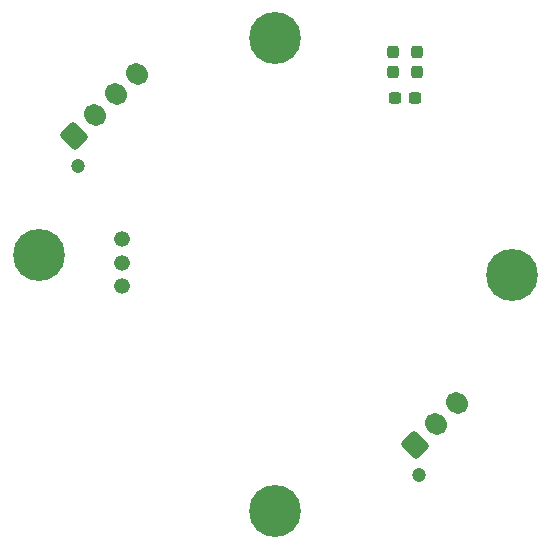
<source format=gbr>
%TF.GenerationSoftware,KiCad,Pcbnew,6.0.4-6f826c9f35~116~ubuntu20.04.1*%
%TF.CreationDate,2022-04-04T22:21:40-04:00*%
%TF.ProjectId,lab7,6c616237-2e6b-4696-9361-645f70636258,rev?*%
%TF.SameCoordinates,Original*%
%TF.FileFunction,Soldermask,Bot*%
%TF.FilePolarity,Negative*%
%FSLAX46Y46*%
G04 Gerber Fmt 4.6, Leading zero omitted, Abs format (unit mm)*
G04 Created by KiCad (PCBNEW 6.0.4-6f826c9f35~116~ubuntu20.04.1) date 2022-04-04 22:21:40*
%MOMM*%
%LPD*%
G01*
G04 APERTURE LIST*
G04 Aperture macros list*
%AMRoundRect*
0 Rectangle with rounded corners*
0 $1 Rounding radius*
0 $2 $3 $4 $5 $6 $7 $8 $9 X,Y pos of 4 corners*
0 Add a 4 corners polygon primitive as box body*
4,1,4,$2,$3,$4,$5,$6,$7,$8,$9,$2,$3,0*
0 Add four circle primitives for the rounded corners*
1,1,$1+$1,$2,$3*
1,1,$1+$1,$4,$5*
1,1,$1+$1,$6,$7*
1,1,$1+$1,$8,$9*
0 Add four rect primitives between the rounded corners*
20,1,$1+$1,$2,$3,$4,$5,0*
20,1,$1+$1,$4,$5,$6,$7,0*
20,1,$1+$1,$6,$7,$8,$9,0*
20,1,$1+$1,$8,$9,$2,$3,0*%
%AMHorizOval*
0 Thick line with rounded ends*
0 $1 width*
0 $2 $3 position (X,Y) of the first rounded end (center of the circle)*
0 $4 $5 position (X,Y) of the second rounded end (center of the circle)*
0 Add line between two ends*
20,1,$1,$2,$3,$4,$5,0*
0 Add two circle primitives to create the rounded ends*
1,1,$1,$2,$3*
1,1,$1,$4,$5*%
G04 Aperture macros list end*
%ADD10C,1.200000*%
%ADD11RoundRect,0.250000X0.088388X-0.936916X0.936916X-0.088388X-0.088388X0.936916X-0.936916X0.088388X0*%
%ADD12HorizOval,1.700000X-0.088388X0.088388X0.088388X-0.088388X0*%
%ADD13C,0.700000*%
%ADD14C,4.400000*%
%ADD15RoundRect,0.237500X0.237500X-0.300000X0.237500X0.300000X-0.237500X0.300000X-0.237500X-0.300000X0*%
%ADD16C,1.330000*%
%ADD17RoundRect,0.237500X0.300000X0.237500X-0.300000X0.237500X-0.300000X-0.237500X0.300000X-0.237500X0*%
G04 APERTURE END LIST*
D10*
%TO.C,J2*%
X133259962Y-80826004D03*
D11*
X132977119Y-78280420D03*
D12*
X134744886Y-76512653D03*
X136512653Y-74744886D03*
X138280420Y-72977119D03*
%TD*%
D13*
%TO.C,H4*%
X151650000Y-110000000D03*
X151166726Y-111166726D03*
X150000000Y-111650000D03*
X148350000Y-110000000D03*
X148833274Y-108833274D03*
X151166726Y-108833274D03*
X148833274Y-111166726D03*
X150000000Y-108350000D03*
D14*
X150000000Y-110000000D03*
%TD*%
D10*
%TO.C,J1*%
X162143845Y-106942120D03*
D11*
X161861002Y-104396536D03*
D12*
X163628769Y-102628769D03*
X165396536Y-100861002D03*
%TD*%
D14*
%TO.C,H3*%
X130000000Y-88350000D03*
D13*
X130000000Y-90000000D03*
X130000000Y-86700000D03*
X131166726Y-87183274D03*
X128833274Y-89516726D03*
X128350000Y-88350000D03*
X128833274Y-87183274D03*
X131650000Y-88350000D03*
X131166726Y-89516726D03*
%TD*%
%TO.C,H1*%
X171166726Y-88833274D03*
X171650000Y-90000000D03*
X168350000Y-90000000D03*
D14*
X170000000Y-90000000D03*
D13*
X170000000Y-91650000D03*
X170000000Y-88350000D03*
X171166726Y-91166726D03*
X168833274Y-88833274D03*
X168833274Y-91166726D03*
%TD*%
D14*
%TO.C,H2*%
X150000000Y-70000000D03*
D13*
X150000000Y-71650000D03*
X148350000Y-70000000D03*
X148833274Y-71166726D03*
X151166726Y-71166726D03*
X150000000Y-68350000D03*
X148833274Y-68833274D03*
X151650000Y-70000000D03*
X151166726Y-68833274D03*
%TD*%
D15*
%TO.C,C3*%
X162000000Y-72862500D03*
X162000000Y-71137500D03*
%TD*%
D16*
%TO.C,IC1*%
X137000000Y-91000000D03*
X137000000Y-89000000D03*
X137000000Y-87000000D03*
%TD*%
D17*
%TO.C,C4*%
X161862500Y-75000000D03*
X160137500Y-75000000D03*
%TD*%
D15*
%TO.C,C2*%
X160000000Y-72862500D03*
X160000000Y-71137500D03*
%TD*%
M02*

</source>
